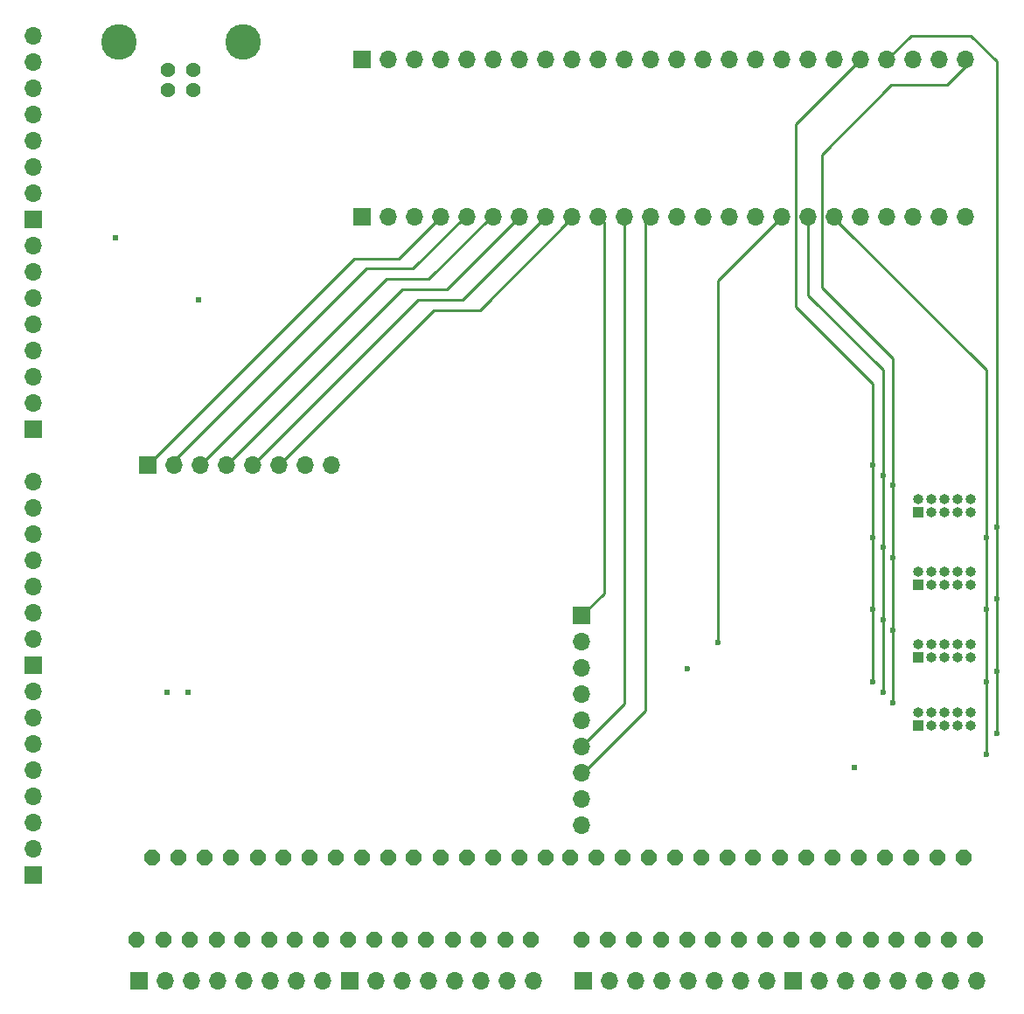
<source format=gbr>
%TF.GenerationSoftware,KiCad,Pcbnew,6.0.8-f2edbf62ab~116~ubuntu22.04.1*%
%TF.CreationDate,2022-10-25T14:40:57+01:00*%
%TF.ProjectId,fsr_array,6673725f-6172-4726-9179-2e6b69636164,3.0*%
%TF.SameCoordinates,Original*%
%TF.FileFunction,Copper,L3,Inr*%
%TF.FilePolarity,Positive*%
%FSLAX46Y46*%
G04 Gerber Fmt 4.6, Leading zero omitted, Abs format (unit mm)*
G04 Created by KiCad (PCBNEW 6.0.8-f2edbf62ab~116~ubuntu22.04.1) date 2022-10-25 14:40:57*
%MOMM*%
%LPD*%
G01*
G04 APERTURE LIST*
G04 Aperture macros list*
%AMOutline5P*
0 Free polygon, 5 corners , with rotation*
0 The origin of the aperture is its center*
0 number of corners: always 5*
0 $1 to $10 corner X, Y*
0 $11 Rotation angle, in degrees counterclockwise*
0 create outline with 5 corners*
4,1,5,$1,$2,$3,$4,$5,$6,$7,$8,$9,$10,$1,$2,$11*%
%AMOutline6P*
0 Free polygon, 6 corners , with rotation*
0 The origin of the aperture is its center*
0 number of corners: always 6*
0 $1 to $12 corner X, Y*
0 $13 Rotation angle, in degrees counterclockwise*
0 create outline with 6 corners*
4,1,6,$1,$2,$3,$4,$5,$6,$7,$8,$9,$10,$11,$12,$1,$2,$13*%
%AMOutline7P*
0 Free polygon, 7 corners , with rotation*
0 The origin of the aperture is its center*
0 number of corners: always 7*
0 $1 to $14 corner X, Y*
0 $15 Rotation angle, in degrees counterclockwise*
0 create outline with 7 corners*
4,1,7,$1,$2,$3,$4,$5,$6,$7,$8,$9,$10,$11,$12,$13,$14,$1,$2,$15*%
%AMOutline8P*
0 Free polygon, 8 corners , with rotation*
0 The origin of the aperture is its center*
0 number of corners: always 8*
0 $1 to $16 corner X, Y*
0 $17 Rotation angle, in degrees counterclockwise*
0 create outline with 8 corners*
4,1,8,$1,$2,$3,$4,$5,$6,$7,$8,$9,$10,$11,$12,$13,$14,$15,$16,$1,$2,$17*%
G04 Aperture macros list end*
%TA.AperFunction,ComponentPad*%
%ADD10Outline8P,-0.762000X0.315631X-0.315631X0.762000X0.315631X0.762000X0.762000X0.315631X0.762000X-0.315631X0.315631X-0.762000X-0.315631X-0.762000X-0.762000X-0.315631X90.000000*%
%TD*%
%TA.AperFunction,ComponentPad*%
%ADD11Outline8P,-0.762000X0.315631X-0.315631X0.762000X0.315631X0.762000X0.762000X0.315631X0.762000X-0.315631X0.315631X-0.762000X-0.315631X-0.762000X-0.762000X-0.315631X270.000000*%
%TD*%
%TA.AperFunction,ComponentPad*%
%ADD12R,1.700000X1.700000*%
%TD*%
%TA.AperFunction,ComponentPad*%
%ADD13O,1.700000X1.700000*%
%TD*%
%TA.AperFunction,ComponentPad*%
%ADD14R,1.000000X1.000000*%
%TD*%
%TA.AperFunction,ComponentPad*%
%ADD15O,1.000000X1.000000*%
%TD*%
%TA.AperFunction,ComponentPad*%
%ADD16C,1.431000*%
%TD*%
%TA.AperFunction,ComponentPad*%
%ADD17C,3.450000*%
%TD*%
%TA.AperFunction,ViaPad*%
%ADD18C,0.604000*%
%TD*%
%TA.AperFunction,ViaPad*%
%ADD19C,0.600000*%
%TD*%
%TA.AperFunction,Conductor*%
%ADD20C,0.250000*%
%TD*%
G04 APERTURE END LIST*
D10*
%TO.N,GND*%
%TO.C,U$61*%
X193793900Y-133996400D03*
%TD*%
%TO.N,GND*%
%TO.C,U$63*%
X168383900Y-133996400D03*
%TD*%
%TO.N,GND*%
%TO.C,U$39*%
X163353900Y-133996400D03*
%TD*%
%TO.N,GND*%
%TO.C,U$45*%
X178613900Y-133996400D03*
%TD*%
D11*
%TO.N,Net-(ADC1-Pad1)*%
%TO.C,U$16*%
X113733900Y-141996400D03*
%TD*%
%TO.N,Net-(ADC2-Pad3)*%
%TO.C,U$44*%
X161913900Y-141996400D03*
%TD*%
%TO.N,Net-(ADC1-Pad3)*%
%TO.C,U$12*%
X118923900Y-141996400D03*
%TD*%
D12*
%TO.N,Net-(ADC1-Pad9)*%
%TO.C,J6*%
X134362800Y-145992800D03*
D13*
%TO.N,Net-(ADC1-Pad10)*%
X136902800Y-145992800D03*
%TO.N,Net-(ADC1-Pad11)*%
X139442800Y-145992800D03*
%TO.N,Net-(ADC1-Pad12)*%
X141982800Y-145992800D03*
%TO.N,Net-(ADC1-Pad13)*%
X144522800Y-145992800D03*
%TO.N,Net-(ADC1-Pad14)*%
X147062800Y-145992800D03*
%TO.N,Net-(ADC1-Pad15)*%
X149602800Y-145992800D03*
%TO.N,Net-(ADC1-Pad16)*%
X152142800Y-145992800D03*
%TD*%
D11*
%TO.N,Net-(ADC2-Pad2)*%
%TO.C,U$46*%
X159363900Y-141996400D03*
%TD*%
D10*
%TO.N,GND*%
%TO.C,U$49*%
X176013900Y-133996400D03*
%TD*%
%TO.N,GND*%
%TO.C,U$51*%
X181103900Y-133996400D03*
%TD*%
D12*
%TO.N,Net-(J4-Pad1)*%
%TO.C,J4*%
X103732800Y-72192800D03*
D13*
%TO.N,Net-(J4-Pad2)*%
X103732800Y-69652800D03*
%TO.N,Net-(J4-Pad3)*%
X103732800Y-67112800D03*
%TO.N,Net-(J4-Pad4)*%
X103732800Y-64572800D03*
%TO.N,Net-(J4-Pad5)*%
X103732800Y-62032800D03*
%TO.N,Net-(J4-Pad6)*%
X103732800Y-59492800D03*
%TO.N,Net-(J4-Pad7)*%
X103732800Y-56952800D03*
%TO.N,Net-(J4-Pad8)*%
X103732800Y-54412800D03*
%TD*%
D10*
%TO.N,GND*%
%TO.C,U$29*%
X155693900Y-133996400D03*
%TD*%
%TO.N,Net-(ADC2-Pad10)*%
%TO.C,U$62*%
X179703900Y-141996400D03*
%TD*%
%TO.N,GND*%
%TO.C,U$1*%
X145763900Y-133996400D03*
%TD*%
%TO.N,GND*%
%TO.C,U$57*%
X183673900Y-133996400D03*
%TD*%
D11*
%TO.N,Net-(ADC2-Pad6)*%
%TO.C,U$38*%
X169523900Y-141996400D03*
%TD*%
%TO.N,Net-(ADC2-Pad5)*%
%TO.C,U$40*%
X167043900Y-141996400D03*
%TD*%
D10*
%TO.N,GND*%
%TO.C,U$43*%
X160813900Y-133996400D03*
%TD*%
%TO.N,GND*%
%TO.C,U$13*%
X153313900Y-133996400D03*
%TD*%
D12*
%TO.N,GND*%
%TO.C,J12*%
X135612800Y-71932800D03*
D13*
%TO.N,unconnected-(J12-Pad2)*%
X138152800Y-71932800D03*
%TO.N,/MISO1*%
X140692800Y-71932800D03*
%TO.N,/S0*%
X143232800Y-71932800D03*
%TO.N,/S1*%
X145772800Y-71932800D03*
%TO.N,/S2*%
X148312800Y-71932800D03*
%TO.N,/S3*%
X150852800Y-71932800D03*
%TO.N,/EN1*%
X153392800Y-71932800D03*
%TO.N,/EN2*%
X155932800Y-71932800D03*
%TO.N,/EOC1*%
X158472800Y-71932800D03*
%TO.N,/CS1*%
X161012800Y-71932800D03*
%TO.N,/CS2*%
X163552800Y-71932800D03*
%TO.N,/MOSI*%
X166092800Y-71932800D03*
%TO.N,/MISO*%
X168632800Y-71932800D03*
%TO.N,+3.3V*%
X171172800Y-71932800D03*
%TO.N,unconnected-(J12-Pad16)*%
X173712800Y-71932800D03*
%TO.N,/EOC2*%
X176252800Y-71932800D03*
%TO.N,/MOSI1*%
X178792800Y-71932800D03*
%TO.N,/SCK1*%
X181332800Y-71932800D03*
%TO.N,unconnected-(J12-Pad20)*%
X183872800Y-71932800D03*
%TO.N,unconnected-(J12-Pad21)*%
X186412800Y-71932800D03*
%TO.N,unconnected-(J12-Pad22)*%
X188952800Y-71932800D03*
%TO.N,unconnected-(J12-Pad23)*%
X191492800Y-71932800D03*
%TO.N,unconnected-(J12-Pad24)*%
X194032800Y-71932800D03*
%TD*%
D11*
%TO.N,Net-(ADC1-Pad12)*%
%TO.C,U$26*%
X141793900Y-141996400D03*
%TD*%
D12*
%TO.N,/EOC1*%
%TO.C,J10*%
X156832800Y-110592800D03*
D13*
%TO.N,/EOC2*%
X156832800Y-113132800D03*
%TO.N,/MISO*%
X156832800Y-115672800D03*
%TO.N,/MOSI*%
X156832800Y-118212800D03*
%TO.N,/SCLK*%
X156832800Y-120752800D03*
%TO.N,/CS1*%
X156832800Y-123292800D03*
%TO.N,/CS2*%
X156832800Y-125832800D03*
%TO.N,+5V*%
X156832800Y-128372800D03*
%TO.N,GND*%
X156832800Y-130912800D03*
%TD*%
D10*
%TO.N,GND*%
%TO.C,U$5*%
X148273900Y-133996400D03*
%TD*%
%TO.N,GND*%
%TO.C,U$7*%
X125473900Y-133996400D03*
%TD*%
D11*
%TO.N,Net-(ADC2-Pad8)*%
%TO.C,U$34*%
X174593900Y-141996400D03*
%TD*%
D12*
%TO.N,Net-(J1-Pad1)*%
%TO.C,J1*%
X103732800Y-135692800D03*
D13*
%TO.N,Net-(J1-Pad2)*%
X103732800Y-133152800D03*
%TO.N,Net-(J1-Pad3)*%
X103732800Y-130612800D03*
%TO.N,Net-(J1-Pad4)*%
X103732800Y-128072800D03*
%TO.N,Net-(J1-Pad5)*%
X103732800Y-125532800D03*
%TO.N,Net-(J1-Pad6)*%
X103732800Y-122992800D03*
%TO.N,Net-(J1-Pad7)*%
X103732800Y-120452800D03*
%TO.N,Net-(J1-Pad8)*%
X103732800Y-117912800D03*
%TD*%
D10*
%TO.N,GND*%
%TO.C,U$27*%
X138093900Y-133996400D03*
%TD*%
D11*
%TO.N,Net-(ADC2-Pad9)*%
%TO.C,U$64*%
X177183900Y-141996400D03*
%TD*%
D10*
%TO.N,GND*%
%TO.C,U$3*%
X122883900Y-133996400D03*
%TD*%
D11*
%TO.N,Net-(ADC1-Pad7)*%
%TO.C,U$4*%
X129073900Y-141996400D03*
%TD*%
%TO.N,Net-(ADC1-Pad15)*%
%TO.C,U$20*%
X149423900Y-141996400D03*
%TD*%
D14*
%TO.N,+3.3V*%
%TO.C,J14*%
X189450000Y-100625000D03*
D15*
%TO.N,/TRIGA*%
X189450000Y-99355000D03*
%TO.N,/MISO1*%
X190720000Y-100625000D03*
%TO.N,/MOSI1*%
X190720000Y-99355000D03*
%TO.N,/SCK1*%
X191990000Y-100625000D03*
%TO.N,/INTA1*%
X191990000Y-99355000D03*
%TO.N,/INTA2*%
X193260000Y-100625000D03*
%TO.N,unconnected-(J14-Pad8)*%
X193260000Y-99355000D03*
%TO.N,/CSA1*%
X194530000Y-100625000D03*
%TO.N,GND*%
X194530000Y-99355000D03*
%TD*%
D11*
%TO.N,Net-(ADC1-Pad8)*%
%TO.C,U$2*%
X131593900Y-141996400D03*
%TD*%
D10*
%TO.N,GND*%
%TO.C,U$11*%
X127943900Y-133996400D03*
%TD*%
D11*
%TO.N,Net-(ADC1-Pad10)*%
%TO.C,U$30*%
X136733900Y-141996400D03*
%TD*%
D10*
%TO.N,GND*%
%TO.C,U$53*%
X165903900Y-133996400D03*
%TD*%
%TO.N,GND*%
%TO.C,U$41*%
X191273900Y-133996400D03*
%TD*%
D12*
%TO.N,Net-(J3-Pad1)*%
%TO.C,J3*%
X103732800Y-92512800D03*
D13*
%TO.N,Net-(J3-Pad2)*%
X103732800Y-89972800D03*
%TO.N,Net-(J3-Pad3)*%
X103732800Y-87432800D03*
%TO.N,Net-(J3-Pad4)*%
X103732800Y-84892800D03*
%TO.N,Net-(J3-Pad5)*%
X103732800Y-82352800D03*
%TO.N,Net-(J3-Pad6)*%
X103732800Y-79812800D03*
%TO.N,Net-(J3-Pad7)*%
X103732800Y-77272800D03*
%TO.N,Net-(J3-Pad8)*%
X103732800Y-74732800D03*
%TD*%
D10*
%TO.N,GND*%
%TO.C,U$55*%
X173423900Y-133996400D03*
%TD*%
D11*
%TO.N,Net-(ADC2-Pad13)*%
%TO.C,U$56*%
X187343900Y-141996400D03*
%TD*%
D14*
%TO.N,+3.3V*%
%TO.C,J13*%
X189450000Y-107625000D03*
D15*
%TO.N,/TRIGA*%
X189450000Y-106355000D03*
%TO.N,/MISO1*%
X190720000Y-107625000D03*
%TO.N,/MOSI1*%
X190720000Y-106355000D03*
%TO.N,/SCK1*%
X191990000Y-107625000D03*
%TO.N,/INTA1*%
X191990000Y-106355000D03*
%TO.N,/INTA2*%
X193260000Y-107625000D03*
%TO.N,unconnected-(J13-Pad8)*%
X193260000Y-106355000D03*
%TO.N,/CSA2*%
X194530000Y-107625000D03*
%TO.N,GND*%
X194530000Y-106355000D03*
%TD*%
D12*
%TO.N,+5V*%
%TO.C,J11*%
X135612800Y-56692800D03*
D13*
%TO.N,GND*%
X138152800Y-56692800D03*
%TO.N,/CSA1*%
X140692800Y-56692800D03*
%TO.N,/CSA2*%
X143232800Y-56692800D03*
%TO.N,unconnected-(J11-Pad5)*%
X145772800Y-56692800D03*
%TO.N,unconnected-(J11-Pad6)*%
X148312800Y-56692800D03*
%TO.N,/CSA3*%
X150852800Y-56692800D03*
%TO.N,/CSA4*%
X153392800Y-56692800D03*
%TO.N,unconnected-(J11-Pad9)*%
X155932800Y-56692800D03*
%TO.N,unconnected-(J11-Pad10)*%
X158472800Y-56692800D03*
%TO.N,unconnected-(J11-Pad11)*%
X161012800Y-56692800D03*
%TO.N,unconnected-(J11-Pad12)*%
X163552800Y-56692800D03*
%TO.N,unconnected-(J11-Pad13)*%
X166092800Y-56692800D03*
%TO.N,/SCK*%
X168632800Y-56692800D03*
%TO.N,GND*%
X171172800Y-56692800D03*
%TO.N,unconnected-(J11-Pad16)*%
X173712800Y-56692800D03*
%TO.N,unconnected-(J11-Pad17)*%
X176252800Y-56692800D03*
%TO.N,unconnected-(J11-Pad18)*%
X178792800Y-56692800D03*
%TO.N,unconnected-(J11-Pad19)*%
X181332800Y-56692800D03*
%TO.N,/INTA1*%
X183872800Y-56692800D03*
%TO.N,/INTA2*%
X186412800Y-56692800D03*
%TO.N,unconnected-(J11-Pad22)*%
X188952800Y-56692800D03*
%TO.N,unconnected-(J11-Pad23)*%
X191492800Y-56692800D03*
%TO.N,/TRIGA*%
X194032800Y-56692800D03*
%TD*%
D12*
%TO.N,/S0*%
%TO.C,J9*%
X114857800Y-95992800D03*
D13*
%TO.N,/S1*%
X117397800Y-95992800D03*
%TO.N,/S2*%
X119937800Y-95992800D03*
%TO.N,/S3*%
X122477800Y-95992800D03*
%TO.N,/EN1*%
X125017800Y-95992800D03*
%TO.N,/EN2*%
X127557800Y-95992800D03*
%TO.N,+5V*%
X130097800Y-95992800D03*
%TO.N,GND*%
X132637800Y-95992800D03*
%TD*%
D12*
%TO.N,Net-(ADC2-Pad1)*%
%TO.C,J7*%
X156982800Y-145992800D03*
D13*
%TO.N,Net-(ADC2-Pad2)*%
X159522800Y-145992800D03*
%TO.N,Net-(ADC2-Pad3)*%
X162062800Y-145992800D03*
%TO.N,Net-(ADC2-Pad4)*%
X164602800Y-145992800D03*
%TO.N,Net-(ADC2-Pad5)*%
X167142800Y-145992800D03*
%TO.N,Net-(ADC2-Pad6)*%
X169682800Y-145992800D03*
%TO.N,Net-(ADC2-Pad7)*%
X172222800Y-145992800D03*
%TO.N,Net-(ADC2-Pad8)*%
X174762800Y-145992800D03*
%TD*%
D11*
%TO.N,Net-(ADC1-Pad5)*%
%TO.C,U$8*%
X123993900Y-141996400D03*
%TD*%
D12*
%TO.N,Net-(ADC2-Pad9)*%
%TO.C,J8*%
X177302800Y-145992800D03*
D13*
%TO.N,Net-(ADC2-Pad10)*%
X179842800Y-145992800D03*
%TO.N,Net-(ADC2-Pad11)*%
X182382800Y-145992800D03*
%TO.N,Net-(ADC2-Pad12)*%
X184922800Y-145992800D03*
%TO.N,Net-(ADC2-Pad13)*%
X187462800Y-145992800D03*
%TO.N,Net-(ADC2-Pad14)*%
X190002800Y-145992800D03*
%TO.N,Net-(ADC2-Pad15)*%
X192542800Y-145992800D03*
%TO.N,Net-(ADC2-Pad16)*%
X195082800Y-145992800D03*
%TD*%
D11*
%TO.N,Net-(ADC2-Pad16)*%
%TO.C,U$50*%
X194923900Y-141996400D03*
%TD*%
D10*
%TO.N,GND*%
%TO.C,U$19*%
X133023900Y-133996400D03*
%TD*%
%TO.N,Net-(ADC2-Pad15)*%
%TO.C,U$52*%
X192393900Y-141996400D03*
%TD*%
%TO.N,Net-(ADC2-Pad4)*%
%TO.C,U$42*%
X164493900Y-141996400D03*
%TD*%
%TO.N,GND*%
%TO.C,U$59*%
X170963900Y-133996400D03*
%TD*%
D11*
%TO.N,Net-(ADC2-Pad11)*%
%TO.C,U$60*%
X182223900Y-141996400D03*
%TD*%
%TO.N,Net-(ADC1-Pad14)*%
%TO.C,U$22*%
X146873900Y-141996400D03*
%TD*%
D10*
%TO.N,GND*%
%TO.C,U$47*%
X186213900Y-133996400D03*
%TD*%
D14*
%TO.N,+3.3V*%
%TO.C,J16*%
X189450000Y-121250000D03*
D15*
%TO.N,/TRIGA*%
X189450000Y-119980000D03*
%TO.N,/MISO1*%
X190720000Y-121250000D03*
%TO.N,/MOSI1*%
X190720000Y-119980000D03*
%TO.N,/SCK1*%
X191990000Y-121250000D03*
%TO.N,/INTA1*%
X191990000Y-119980000D03*
%TO.N,/INTA2*%
X193260000Y-121250000D03*
%TO.N,unconnected-(J16-Pad8)*%
X193260000Y-119980000D03*
%TO.N,/CSA4*%
X194530000Y-121250000D03*
%TO.N,GND*%
X194530000Y-119980000D03*
%TD*%
D10*
%TO.N,GND*%
%TO.C,U$37*%
X188763900Y-133996400D03*
%TD*%
%TO.N,GND*%
%TO.C,U$35*%
X143213900Y-133996400D03*
%TD*%
D14*
%TO.N,+3.3V*%
%TO.C,J15*%
X189450000Y-114625000D03*
D15*
%TO.N,/TRIGA*%
X189450000Y-113355000D03*
%TO.N,/MISO1*%
X190720000Y-114625000D03*
%TO.N,/MOSI1*%
X190720000Y-113355000D03*
%TO.N,/SCK1*%
X191990000Y-114625000D03*
%TO.N,/INTA1*%
X191990000Y-113355000D03*
%TO.N,/INTA2*%
X193260000Y-114625000D03*
%TO.N,unconnected-(J15-Pad8)*%
X193260000Y-113355000D03*
%TO.N,/CSA3*%
X194530000Y-114625000D03*
%TO.N,GND*%
X194530000Y-113355000D03*
%TD*%
D11*
%TO.N,Net-(ADC2-Pad12)*%
%TO.C,U$58*%
X184823900Y-141996400D03*
%TD*%
%TO.N,GND*%
%TO.C,U$21*%
X117753900Y-133996400D03*
%TD*%
%TO.N,Net-(ADC2-Pad7)*%
%TO.C,U$36*%
X172093900Y-141996400D03*
%TD*%
D10*
%TO.N,GND*%
%TO.C,U$23*%
X135583900Y-133996400D03*
%TD*%
D11*
%TO.N,GND*%
%TO.C,U$17*%
X120313900Y-133996400D03*
%TD*%
%TO.N,Net-(ADC1-Pad9)*%
%TO.C,U$32*%
X134193900Y-141996400D03*
%TD*%
%TO.N,Net-(ADC2-Pad1)*%
%TO.C,U$48*%
X156853900Y-141996400D03*
%TD*%
%TO.N,Net-(ADC1-Pad6)*%
%TO.C,U$6*%
X126573900Y-141996400D03*
%TD*%
D10*
%TO.N,GND*%
%TO.C,U$15*%
X130493900Y-133996400D03*
%TD*%
%TO.N,GND*%
%TO.C,U$9*%
X150773900Y-133996400D03*
%TD*%
D11*
%TO.N,Net-(ADC1-Pad13)*%
%TO.C,U$24*%
X144353900Y-141996400D03*
%TD*%
%TO.N,Net-(ADC1-Pad4)*%
%TO.C,U$10*%
X121503900Y-141996400D03*
%TD*%
D12*
%TO.N,Net-(ADC1-Pad1)*%
%TO.C,J5*%
X113957800Y-145992800D03*
D13*
%TO.N,Net-(ADC1-Pad2)*%
X116497800Y-145992800D03*
%TO.N,Net-(ADC1-Pad3)*%
X119037800Y-145992800D03*
%TO.N,Net-(ADC1-Pad4)*%
X121577800Y-145992800D03*
%TO.N,Net-(ADC1-Pad5)*%
X124117800Y-145992800D03*
%TO.N,Net-(ADC1-Pad6)*%
X126657800Y-145992800D03*
%TO.N,Net-(ADC1-Pad7)*%
X129197800Y-145992800D03*
%TO.N,Net-(ADC1-Pad8)*%
X131737800Y-145992800D03*
%TD*%
D11*
%TO.N,Net-(ADC1-Pad16)*%
%TO.C,U$18*%
X151903900Y-141996400D03*
%TD*%
D10*
%TO.N,GND*%
%TO.C,U$31*%
X140603900Y-133996400D03*
%TD*%
D11*
%TO.N,Net-(ADC2-Pad14)*%
%TO.C,U$54*%
X189873900Y-141996400D03*
%TD*%
D16*
%TO.N,/L1*%
%TO.C,J17*%
X116770000Y-59710000D03*
%TO.N,/L2*%
X119270000Y-59710000D03*
%TO.N,/L3*%
X119270000Y-57710000D03*
%TO.N,/L4*%
X116770000Y-57710000D03*
D17*
%TO.N,/M1*%
X124040000Y-55000000D03*
%TO.N,/M2*%
X112000000Y-55000000D03*
%TD*%
D11*
%TO.N,Net-(ADC1-Pad11)*%
%TO.C,U$28*%
X139233900Y-141996400D03*
%TD*%
D10*
%TO.N,GND*%
%TO.C,U$33*%
X158223900Y-133996400D03*
%TD*%
D12*
%TO.N,Net-(J2-Pad1)*%
%TO.C,J2*%
X103732800Y-115372800D03*
D13*
%TO.N,Net-(J2-Pad2)*%
X103732800Y-112832800D03*
%TO.N,Net-(J2-Pad3)*%
X103732800Y-110292800D03*
%TO.N,Net-(J2-Pad4)*%
X103732800Y-107752800D03*
%TO.N,Net-(J2-Pad5)*%
X103732800Y-105212800D03*
%TO.N,Net-(J2-Pad6)*%
X103732800Y-102672800D03*
%TO.N,Net-(J2-Pad7)*%
X103732800Y-100132800D03*
%TO.N,Net-(J2-Pad8)*%
X103732800Y-97592800D03*
%TD*%
D11*
%TO.N,Net-(ADC1-Pad2)*%
%TO.C,U$14*%
X116393900Y-141996400D03*
%TD*%
%TO.N,GND*%
%TO.C,U$25*%
X115233900Y-133996400D03*
%TD*%
D18*
%TO.N,/S0*%
X116733900Y-117996400D03*
%TO.N,/S1*%
X118733900Y-117996400D03*
%TO.N,GND*%
X119733900Y-79996400D03*
D19*
%TO.N,/EOC2*%
X170000000Y-113166400D03*
D18*
%TO.N,+5V*%
X183200000Y-125300000D03*
X111733900Y-73996400D03*
D19*
%TO.N,/MISO*%
X167106400Y-115706400D03*
%TO.N,/INTA1*%
X185000000Y-117000000D03*
X185000000Y-110000000D03*
X185000000Y-96000000D03*
X185000000Y-103000000D03*
%TO.N,/INTA2*%
X197000000Y-122000000D03*
X197000000Y-109000000D03*
X197000000Y-102000000D03*
X197000000Y-116000000D03*
%TO.N,/TRIGA*%
X187000000Y-105000000D03*
X187000000Y-119000000D03*
X187000000Y-112000000D03*
X187000000Y-98000000D03*
%TO.N,/MOSI1*%
X186000000Y-104000000D03*
X186000000Y-97000000D03*
X186000000Y-118000000D03*
X186000000Y-111000000D03*
%TO.N,/SCK1*%
X196000000Y-124000000D03*
X196000000Y-103000000D03*
X196000000Y-117000000D03*
X196000000Y-110000000D03*
%TD*%
D20*
%TO.N,/S0*%
X139165600Y-76000000D02*
X134850600Y-76000000D01*
X143232800Y-71932800D02*
X139165600Y-76000000D01*
X134850600Y-76000000D02*
X114857800Y-95992800D01*
%TO.N,/S1*%
X136000000Y-77000000D02*
X117397800Y-95602200D01*
X145567200Y-71932800D02*
X140500000Y-77000000D01*
X117397800Y-95602200D02*
X117397800Y-95992800D01*
X145772800Y-71932800D02*
X145567200Y-71932800D01*
X140500000Y-77000000D02*
X136000000Y-77000000D01*
%TO.N,/S3*%
X122477800Y-95992800D02*
X139470600Y-79000000D01*
X143785600Y-79000000D02*
X150852800Y-71932800D01*
X139470600Y-79000000D02*
X143785600Y-79000000D01*
%TO.N,/S2*%
X148067200Y-71932800D02*
X142000000Y-78000000D01*
X137930600Y-78000000D02*
X119937800Y-95992800D01*
X148312800Y-71932800D02*
X148067200Y-71932800D01*
X142000000Y-78000000D02*
X137930600Y-78000000D01*
%TO.N,/EN1*%
X141000000Y-80000000D02*
X141000000Y-80010600D01*
X153392800Y-71932800D02*
X150325600Y-75000000D01*
X145325600Y-80000000D02*
X141000000Y-80000000D01*
X141000000Y-80010600D02*
X125017800Y-95992800D01*
X150325600Y-75000000D02*
X145325600Y-80000000D01*
%TO.N,/EN2*%
X142550600Y-81000000D02*
X127557800Y-95992800D01*
X147000000Y-81000000D02*
X142550600Y-81000000D01*
X155932800Y-72067200D02*
X147000000Y-81000000D01*
X155932800Y-71932800D02*
X155932800Y-72067200D01*
%TO.N,/CS1*%
X161012800Y-71932800D02*
X161000000Y-71945600D01*
X161000000Y-119125600D02*
X156832800Y-123292800D01*
X161000000Y-71945600D02*
X161000000Y-119125600D01*
%TO.N,/EOC1*%
X159000000Y-108425600D02*
X156832800Y-110592800D01*
X158472800Y-71932800D02*
X159000000Y-72460000D01*
X159000000Y-72460000D02*
X159000000Y-108425600D01*
%TO.N,/CS2*%
X163000000Y-119800000D02*
X163000000Y-72485600D01*
X156967200Y-125832800D02*
X163000000Y-119800000D01*
X163000000Y-72485600D02*
X163552800Y-71932800D01*
X156832800Y-125832800D02*
X156967200Y-125832800D01*
%TO.N,/EOC2*%
X170000000Y-78185600D02*
X176252800Y-71932800D01*
X170000000Y-113166400D02*
X170000000Y-78185600D01*
%TO.N,/INTA1*%
X185000000Y-117000000D02*
X185000000Y-88100000D01*
X177546000Y-80646000D02*
X177546000Y-63019600D01*
X185000000Y-88100000D02*
X177546000Y-80646000D01*
X177546000Y-63019600D02*
X183872800Y-56692800D01*
%TO.N,/INTA2*%
X188705600Y-54400000D02*
X194500000Y-54400000D01*
X197000000Y-118000000D02*
X197000000Y-122000000D01*
X186412800Y-56692800D02*
X188705600Y-54400000D01*
X197000000Y-56900000D02*
X197000000Y-118000000D01*
X194500000Y-54400000D02*
X197000000Y-56900000D01*
%TO.N,/TRIGA*%
X192200000Y-59200000D02*
X186800000Y-59200000D01*
X194032800Y-57367200D02*
X192200000Y-59200000D01*
X194032800Y-56692800D02*
X194032800Y-57367200D01*
X180086000Y-78786000D02*
X187000000Y-85700000D01*
X187000000Y-85700000D02*
X187000000Y-119000000D01*
X186800000Y-59200000D02*
X180086000Y-65914000D01*
X180086000Y-65914000D02*
X180086000Y-78786000D01*
%TO.N,/MOSI1*%
X178792800Y-71932800D02*
X178792800Y-79592800D01*
X186000000Y-86800000D02*
X186000000Y-118000000D01*
X178792800Y-79592800D02*
X186000000Y-86800000D01*
%TO.N,/SCK1*%
X181332800Y-71932800D02*
X181332800Y-72132800D01*
X196000000Y-120100000D02*
X196000000Y-123000000D01*
X181332800Y-72132800D02*
X196000000Y-86800000D01*
X196000000Y-86800000D02*
X196000000Y-120100000D01*
X196000000Y-123000000D02*
X196000000Y-124000000D01*
%TD*%
M02*

</source>
